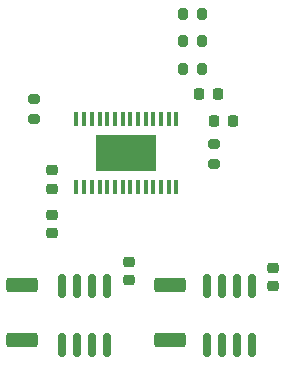
<source format=gbr>
%TF.GenerationSoftware,KiCad,Pcbnew,8.0.5*%
%TF.CreationDate,2026-01-02T18:08:47-06:00*%
%TF.ProjectId,FOC_DV,464f435f-4456-42e6-9b69-6361645f7063,rev?*%
%TF.SameCoordinates,PX7735940PY6422c40*%
%TF.FileFunction,Paste,Top*%
%TF.FilePolarity,Positive*%
%FSLAX46Y46*%
G04 Gerber Fmt 4.6, Leading zero omitted, Abs format (unit mm)*
G04 Created by KiCad (PCBNEW 8.0.5) date 2026-01-02 18:08:47*
%MOMM*%
%LPD*%
G01*
G04 APERTURE LIST*
G04 Aperture macros list*
%AMRoundRect*
0 Rectangle with rounded corners*
0 $1 Rounding radius*
0 $2 $3 $4 $5 $6 $7 $8 $9 X,Y pos of 4 corners*
0 Add a 4 corners polygon primitive as box body*
4,1,4,$2,$3,$4,$5,$6,$7,$8,$9,$2,$3,0*
0 Add four circle primitives for the rounded corners*
1,1,$1+$1,$2,$3*
1,1,$1+$1,$4,$5*
1,1,$1+$1,$6,$7*
1,1,$1+$1,$8,$9*
0 Add four rect primitives between the rounded corners*
20,1,$1+$1,$2,$3,$4,$5,0*
20,1,$1+$1,$4,$5,$6,$7,0*
20,1,$1+$1,$6,$7,$8,$9,0*
20,1,$1+$1,$8,$9,$2,$3,0*%
G04 Aperture macros list end*
%ADD10R,0.399999X1.200000*%
%ADD11R,5.180000X3.099999*%
%ADD12RoundRect,0.200000X-0.275000X0.200000X-0.275000X-0.200000X0.275000X-0.200000X0.275000X0.200000X0*%
%ADD13RoundRect,0.200000X-0.200000X-0.275000X0.200000X-0.275000X0.200000X0.275000X-0.200000X0.275000X0*%
%ADD14RoundRect,0.200000X0.275000X-0.200000X0.275000X0.200000X-0.275000X0.200000X-0.275000X-0.200000X0*%
%ADD15RoundRect,0.218750X0.218750X0.256250X-0.218750X0.256250X-0.218750X-0.256250X0.218750X-0.256250X0*%
%ADD16RoundRect,0.150000X0.150000X-0.825000X0.150000X0.825000X-0.150000X0.825000X-0.150000X-0.825000X0*%
%ADD17RoundRect,0.250000X1.075000X-0.362500X1.075000X0.362500X-1.075000X0.362500X-1.075000X-0.362500X0*%
%ADD18RoundRect,0.200000X0.200000X0.275000X-0.200000X0.275000X-0.200000X-0.275000X0.200000X-0.275000X0*%
%ADD19RoundRect,0.225000X0.250000X-0.225000X0.250000X0.225000X-0.250000X0.225000X-0.250000X-0.225000X0*%
%ADD20RoundRect,0.225000X0.225000X0.250000X-0.225000X0.250000X-0.225000X-0.250000X0.225000X-0.250000X0*%
%ADD21RoundRect,0.225000X-0.250000X0.225000X-0.250000X-0.225000X0.250000X-0.225000X0.250000X0.225000X0*%
G04 APERTURE END LIST*
D10*
%TO.C,U1*%
X18825000Y29650001D03*
X19475001Y29650001D03*
X20125000Y29650001D03*
X20775001Y29650001D03*
X21424999Y29650001D03*
X22075001Y29650001D03*
X22724999Y29650001D03*
X23375001Y29650001D03*
X24024999Y29650001D03*
X24675001Y29650001D03*
X25324999Y29650001D03*
X25975000Y29650001D03*
X26624999Y29650001D03*
X27275000Y29650001D03*
X27275000Y35349999D03*
X26624999Y35349999D03*
X25975000Y35349999D03*
X25324999Y35349999D03*
X24675001Y35349999D03*
X24024999Y35349999D03*
X23375001Y35349999D03*
X22724999Y35349999D03*
X22075001Y35349999D03*
X21424999Y35349999D03*
X20775001Y35349999D03*
X20125000Y35349999D03*
X19475001Y35349999D03*
X18825000Y35349999D03*
D11*
X23050000Y32500000D03*
%TD*%
D12*
%TO.C,R7*%
X15250000Y37075000D03*
X15250000Y35425000D03*
%TD*%
D13*
%TO.C,R6*%
X27825000Y44300000D03*
X29475000Y44300000D03*
%TD*%
D14*
%TO.C,R3*%
X30500000Y31600000D03*
X30500000Y33250000D03*
%TD*%
D15*
%TO.C,D1*%
X32037500Y35250000D03*
X30462500Y35250000D03*
%TD*%
D16*
%TO.C,U4*%
X29845000Y16275000D03*
X31115000Y16275000D03*
X32385000Y16275000D03*
X33655000Y16275000D03*
X33655000Y21225000D03*
X32385000Y21225000D03*
X31115000Y21225000D03*
X29845000Y21225000D03*
%TD*%
%TO.C,U3*%
X17595000Y16275000D03*
X18865000Y16275000D03*
X20135000Y16275000D03*
X21405000Y16275000D03*
X21405000Y21225000D03*
X20135000Y21225000D03*
X18865000Y21225000D03*
X17595000Y21225000D03*
%TD*%
D17*
%TO.C,R5*%
X26750000Y16687500D03*
X26750000Y21312500D03*
%TD*%
%TO.C,R4*%
X14250000Y16687500D03*
X14250000Y21312500D03*
%TD*%
D18*
%TO.C,R2*%
X29475000Y42000000D03*
X27825000Y42000000D03*
%TD*%
%TO.C,R1*%
X29475000Y39600000D03*
X27825000Y39600000D03*
%TD*%
D19*
%TO.C,C6*%
X23250000Y21725000D03*
X23250000Y23275000D03*
%TD*%
%TO.C,C5*%
X35500000Y21225000D03*
X35500000Y22775000D03*
%TD*%
D20*
%TO.C,C4*%
X30775000Y37500000D03*
X29225000Y37500000D03*
%TD*%
D21*
%TO.C,C3*%
X16750000Y29500000D03*
X16750000Y31050000D03*
%TD*%
%TO.C,C2*%
X16750000Y27275000D03*
X16750000Y25725000D03*
%TD*%
M02*

</source>
